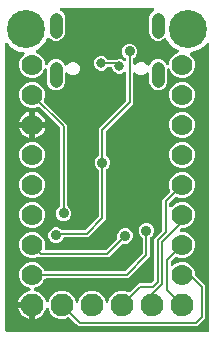
<source format=gbr>
G04 EAGLE Gerber RS-274X export*
G75*
%MOMM*%
%FSLAX34Y34*%
%LPD*%
%INBottom Copper*%
%IPPOS*%
%AMOC8*
5,1,8,0,0,1.08239X$1,22.5*%
G01*
%ADD10C,1.930400*%
%ADD11C,1.778000*%
%ADD12C,3.216000*%
%ADD13C,1.108000*%
%ADD14C,0.906400*%
%ADD15C,0.203200*%
%ADD16C,0.800100*%

G36*
X174108Y2556D02*
X174108Y2556D01*
X174227Y2563D01*
X174265Y2576D01*
X174306Y2581D01*
X174416Y2624D01*
X174529Y2661D01*
X174564Y2683D01*
X174601Y2698D01*
X174697Y2767D01*
X174798Y2831D01*
X174826Y2861D01*
X174859Y2884D01*
X174935Y2976D01*
X175016Y3063D01*
X175036Y3098D01*
X175061Y3129D01*
X175112Y3237D01*
X175170Y3341D01*
X175180Y3381D01*
X175197Y3417D01*
X175219Y3534D01*
X175249Y3649D01*
X175253Y3709D01*
X175257Y3729D01*
X175255Y3750D01*
X175259Y3810D01*
X175259Y245739D01*
X175246Y245844D01*
X175242Y245950D01*
X175226Y246001D01*
X175219Y246054D01*
X175180Y246153D01*
X175150Y246255D01*
X175122Y246300D01*
X175102Y246350D01*
X175040Y246436D01*
X174985Y246527D01*
X174947Y246564D01*
X174916Y246608D01*
X174834Y246675D01*
X174758Y246749D01*
X174712Y246776D01*
X174671Y246810D01*
X174575Y246856D01*
X174483Y246909D01*
X174431Y246923D01*
X174383Y246946D01*
X174279Y246966D01*
X174177Y246994D01*
X174123Y246996D01*
X174071Y247006D01*
X173965Y246999D01*
X173859Y247001D01*
X173806Y246989D01*
X173753Y246986D01*
X173652Y246953D01*
X173549Y246929D01*
X173502Y246904D01*
X173451Y246888D01*
X173361Y246831D01*
X173267Y246782D01*
X173200Y246729D01*
X173182Y246718D01*
X173171Y246706D01*
X173141Y246682D01*
X167546Y241645D01*
X159897Y239160D01*
X159807Y239117D01*
X159714Y239084D01*
X159664Y239050D01*
X159610Y239024D01*
X159533Y238961D01*
X159451Y238905D01*
X159411Y238860D01*
X159364Y238822D01*
X159306Y238741D01*
X159240Y238667D01*
X159213Y238613D01*
X159177Y238564D01*
X159141Y238472D01*
X159096Y238383D01*
X159083Y238325D01*
X159060Y238269D01*
X159048Y238170D01*
X159026Y238073D01*
X159028Y238013D01*
X159020Y237953D01*
X159033Y237855D01*
X159036Y237755D01*
X159052Y237697D01*
X159060Y237638D01*
X159096Y237545D01*
X159124Y237450D01*
X159155Y237398D01*
X159177Y237342D01*
X159235Y237261D01*
X159286Y237176D01*
X159352Y237101D01*
X159364Y237084D01*
X159373Y237077D01*
X159392Y237055D01*
X161660Y234787D01*
X163323Y230773D01*
X163323Y226427D01*
X161660Y222413D01*
X158587Y219340D01*
X154573Y217677D01*
X150227Y217677D01*
X146213Y219340D01*
X143140Y222413D01*
X142115Y224889D01*
X142080Y224949D01*
X142054Y225014D01*
X142002Y225087D01*
X141957Y225165D01*
X141909Y225215D01*
X141868Y225272D01*
X141798Y225329D01*
X141736Y225393D01*
X141676Y225430D01*
X141623Y225474D01*
X141541Y225513D01*
X141465Y225560D01*
X141398Y225580D01*
X141335Y225610D01*
X141247Y225627D01*
X141161Y225653D01*
X141091Y225657D01*
X141022Y225670D01*
X140933Y225664D01*
X140843Y225668D01*
X140775Y225654D01*
X140705Y225650D01*
X140620Y225622D01*
X140532Y225604D01*
X140469Y225573D01*
X140403Y225552D01*
X140327Y225504D01*
X140246Y225464D01*
X140193Y225419D01*
X140134Y225382D01*
X140072Y225316D01*
X140004Y225258D01*
X139964Y225201D01*
X139916Y225150D01*
X139873Y225071D01*
X139821Y224998D01*
X139796Y224933D01*
X139762Y224872D01*
X139740Y224785D01*
X139708Y224701D01*
X139700Y224631D01*
X139683Y224564D01*
X139673Y224403D01*
X139673Y213444D01*
X138520Y210660D01*
X136390Y208530D01*
X133606Y207377D01*
X130594Y207377D01*
X127810Y208530D01*
X125680Y210660D01*
X124527Y213444D01*
X124527Y220964D01*
X124510Y221102D01*
X124497Y221240D01*
X124490Y221259D01*
X124487Y221279D01*
X124436Y221408D01*
X124389Y221539D01*
X124378Y221556D01*
X124370Y221575D01*
X124289Y221687D01*
X124211Y221802D01*
X124195Y221816D01*
X124184Y221832D01*
X124076Y221921D01*
X123972Y222013D01*
X123954Y222022D01*
X123939Y222035D01*
X123813Y222094D01*
X123689Y222158D01*
X123669Y222162D01*
X123651Y222171D01*
X123514Y222197D01*
X123379Y222227D01*
X123358Y222227D01*
X123339Y222230D01*
X123200Y222222D01*
X123061Y222218D01*
X123041Y222212D01*
X123021Y222211D01*
X122889Y222168D01*
X122755Y222129D01*
X122738Y222119D01*
X122719Y222113D01*
X122601Y222038D01*
X122481Y221968D01*
X122460Y221949D01*
X122450Y221942D01*
X122436Y221927D01*
X122361Y221861D01*
X121080Y220581D01*
X118952Y219699D01*
X116648Y219699D01*
X114520Y220581D01*
X113165Y221935D01*
X113056Y222020D01*
X112949Y222109D01*
X112930Y222118D01*
X112914Y222130D01*
X112787Y222185D01*
X112661Y222245D01*
X112641Y222248D01*
X112622Y222256D01*
X112484Y222278D01*
X112348Y222304D01*
X112328Y222303D01*
X112308Y222306D01*
X112169Y222293D01*
X112031Y222285D01*
X112012Y222278D01*
X111992Y222277D01*
X111860Y222229D01*
X111729Y222187D01*
X111711Y222176D01*
X111692Y222169D01*
X111577Y222091D01*
X111460Y222016D01*
X111446Y222002D01*
X111429Y221990D01*
X111337Y221886D01*
X111242Y221785D01*
X111232Y221767D01*
X111219Y221752D01*
X111155Y221628D01*
X111088Y221506D01*
X111083Y221487D01*
X111074Y221469D01*
X111044Y221333D01*
X111009Y221198D01*
X111007Y221170D01*
X111004Y221158D01*
X111005Y221138D01*
X110999Y221038D01*
X110999Y195587D01*
X88393Y172982D01*
X88333Y172904D01*
X88265Y172831D01*
X88236Y172778D01*
X88198Y172731D01*
X88159Y172640D01*
X88111Y172553D01*
X88096Y172494D01*
X88072Y172439D01*
X88057Y172341D01*
X88032Y172245D01*
X88025Y172145D01*
X88022Y172125D01*
X88023Y172112D01*
X88022Y172084D01*
X88022Y152624D01*
X88025Y152594D01*
X88023Y152565D01*
X88045Y152437D01*
X88061Y152308D01*
X88072Y152281D01*
X88077Y152252D01*
X88131Y152133D01*
X88178Y152013D01*
X88196Y151989D01*
X88208Y151962D01*
X88289Y151860D01*
X88365Y151755D01*
X88388Y151736D01*
X88407Y151713D01*
X88510Y151635D01*
X88610Y151552D01*
X88637Y151540D01*
X88661Y151522D01*
X88674Y151515D01*
X90538Y149651D01*
X91538Y147239D01*
X91538Y144627D01*
X90538Y142214D01*
X88652Y140328D01*
X88642Y140321D01*
X88529Y140257D01*
X88508Y140237D01*
X88483Y140221D01*
X88394Y140126D01*
X88301Y140036D01*
X88285Y140011D01*
X88265Y139989D01*
X88202Y139876D01*
X88134Y139765D01*
X88126Y139737D01*
X88111Y139711D01*
X88079Y139585D01*
X88041Y139461D01*
X88039Y139431D01*
X88032Y139403D01*
X88022Y139242D01*
X88022Y97680D01*
X73018Y82676D01*
X52937Y82676D01*
X52908Y82673D01*
X52878Y82675D01*
X52750Y82653D01*
X52621Y82636D01*
X52594Y82626D01*
X52565Y82621D01*
X52446Y82567D01*
X52326Y82519D01*
X52302Y82502D01*
X52275Y82490D01*
X52173Y82409D01*
X52068Y82333D01*
X52050Y82310D01*
X52026Y82291D01*
X51948Y82188D01*
X51866Y82088D01*
X51853Y82061D01*
X51835Y82037D01*
X51764Y81893D01*
X51285Y80736D01*
X49439Y78890D01*
X47026Y77890D01*
X44414Y77890D01*
X42001Y78890D01*
X40155Y80736D01*
X39155Y83149D01*
X39155Y85761D01*
X40155Y88174D01*
X42001Y90020D01*
X44414Y91020D01*
X47026Y91020D01*
X49439Y90020D01*
X50313Y89145D01*
X50392Y89085D01*
X50464Y89017D01*
X50517Y88988D01*
X50565Y88951D01*
X50656Y88911D01*
X50742Y88863D01*
X50801Y88848D01*
X50857Y88824D01*
X50955Y88809D01*
X51050Y88784D01*
X51150Y88778D01*
X51171Y88774D01*
X51183Y88776D01*
X51211Y88774D01*
X69966Y88774D01*
X70065Y88786D01*
X70164Y88789D01*
X70222Y88806D01*
X70282Y88814D01*
X70374Y88850D01*
X70469Y88878D01*
X70521Y88908D01*
X70578Y88931D01*
X70658Y88989D01*
X70743Y89039D01*
X70818Y89105D01*
X70835Y89117D01*
X70843Y89127D01*
X70864Y89145D01*
X81552Y99834D01*
X81613Y99912D01*
X81681Y99984D01*
X81710Y100037D01*
X81747Y100085D01*
X81787Y100176D01*
X81834Y100263D01*
X81850Y100321D01*
X81874Y100377D01*
X81889Y100475D01*
X81914Y100571D01*
X81920Y100671D01*
X81924Y100691D01*
X81922Y100703D01*
X81924Y100731D01*
X81924Y139242D01*
X81920Y139271D01*
X81923Y139301D01*
X81901Y139429D01*
X81884Y139558D01*
X81873Y139585D01*
X81868Y139614D01*
X81815Y139733D01*
X81767Y139853D01*
X81750Y139877D01*
X81738Y139904D01*
X81657Y140005D01*
X81580Y140111D01*
X81558Y140130D01*
X81539Y140153D01*
X81436Y140230D01*
X81335Y140313D01*
X81309Y140326D01*
X81285Y140344D01*
X81271Y140351D01*
X79408Y142214D01*
X78408Y144627D01*
X78408Y147239D01*
X79408Y149651D01*
X81294Y151538D01*
X81304Y151544D01*
X81417Y151609D01*
X81438Y151629D01*
X81463Y151645D01*
X81552Y151740D01*
X81645Y151830D01*
X81661Y151855D01*
X81681Y151877D01*
X81744Y151990D01*
X81811Y152101D01*
X81820Y152129D01*
X81834Y152155D01*
X81867Y152281D01*
X81905Y152405D01*
X81907Y152434D01*
X81914Y152463D01*
X81924Y152624D01*
X81924Y175136D01*
X104530Y197741D01*
X104590Y197819D01*
X104658Y197891D01*
X104687Y197944D01*
X104724Y197992D01*
X104764Y198083D01*
X104812Y198170D01*
X104827Y198229D01*
X104851Y198284D01*
X104866Y198382D01*
X104891Y198478D01*
X104897Y198578D01*
X104901Y198598D01*
X104899Y198611D01*
X104901Y198639D01*
X104901Y221575D01*
X104884Y221712D01*
X104871Y221851D01*
X104864Y221870D01*
X104861Y221890D01*
X104810Y222020D01*
X104763Y222150D01*
X104752Y222167D01*
X104744Y222186D01*
X104663Y222298D01*
X104585Y222414D01*
X104569Y222427D01*
X104558Y222443D01*
X104451Y222532D01*
X104346Y222624D01*
X104328Y222633D01*
X104313Y222646D01*
X104187Y222705D01*
X104063Y222769D01*
X104043Y222773D01*
X104025Y222782D01*
X103889Y222808D01*
X103753Y222838D01*
X103732Y222838D01*
X103713Y222841D01*
X103574Y222833D01*
X103435Y222829D01*
X103415Y222823D01*
X103395Y222822D01*
X103263Y222779D01*
X103129Y222740D01*
X103112Y222730D01*
X103093Y222724D01*
X102975Y222649D01*
X102855Y222579D01*
X102834Y222560D01*
X102824Y222554D01*
X102810Y222539D01*
X102734Y222472D01*
X102478Y222215D01*
X100260Y221297D01*
X97860Y221297D01*
X95642Y222215D01*
X93945Y223912D01*
X93065Y226038D01*
X93050Y226063D01*
X93041Y226091D01*
X92972Y226201D01*
X92907Y226314D01*
X92887Y226335D01*
X92871Y226360D01*
X92776Y226449D01*
X92686Y226542D01*
X92661Y226558D01*
X92639Y226578D01*
X92526Y226641D01*
X92415Y226709D01*
X92387Y226717D01*
X92361Y226732D01*
X92235Y226764D01*
X92111Y226802D01*
X92082Y226804D01*
X92053Y226811D01*
X91892Y226821D01*
X89829Y226821D01*
X89731Y226809D01*
X89632Y226806D01*
X89574Y226789D01*
X89514Y226781D01*
X89422Y226745D01*
X89327Y226717D01*
X89274Y226687D01*
X89218Y226664D01*
X89138Y226606D01*
X89053Y226556D01*
X88977Y226490D01*
X88961Y226478D01*
X88953Y226468D01*
X88932Y226450D01*
X87238Y224755D01*
X85020Y223837D01*
X82620Y223837D01*
X80402Y224755D01*
X78705Y226452D01*
X77787Y228670D01*
X77787Y231070D01*
X78705Y233288D01*
X80402Y234985D01*
X82620Y235903D01*
X85020Y235903D01*
X87238Y234985D01*
X88932Y233290D01*
X89010Y233230D01*
X89082Y233162D01*
X89135Y233133D01*
X89183Y233096D01*
X89274Y233056D01*
X89361Y233008D01*
X89419Y232993D01*
X89475Y232969D01*
X89573Y232954D01*
X89669Y232929D01*
X89769Y232923D01*
X89789Y232919D01*
X89801Y232921D01*
X89829Y232919D01*
X96534Y232919D01*
X96544Y232920D01*
X96553Y232919D01*
X96702Y232940D01*
X96850Y232959D01*
X96859Y232962D01*
X96868Y232963D01*
X97020Y233015D01*
X97860Y233363D01*
X100260Y233363D01*
X102478Y232445D01*
X102734Y232188D01*
X102844Y232103D01*
X102951Y232014D01*
X102970Y232005D01*
X102986Y231993D01*
X103113Y231938D01*
X103239Y231878D01*
X103259Y231875D01*
X103278Y231866D01*
X103415Y231845D01*
X103552Y231819D01*
X103572Y231820D01*
X103592Y231817D01*
X103731Y231830D01*
X103869Y231838D01*
X103888Y231845D01*
X103908Y231846D01*
X104040Y231894D01*
X104171Y231936D01*
X104188Y231947D01*
X104208Y231954D01*
X104323Y232032D01*
X104440Y232106D01*
X104454Y232121D01*
X104471Y232133D01*
X104563Y232237D01*
X104658Y232338D01*
X104668Y232356D01*
X104681Y232371D01*
X104745Y232495D01*
X104812Y232617D01*
X104817Y232636D01*
X104826Y232654D01*
X104856Y232790D01*
X104891Y232925D01*
X104893Y232953D01*
X104896Y232965D01*
X104895Y232985D01*
X104901Y233085D01*
X104901Y233339D01*
X104898Y233369D01*
X104900Y233398D01*
X104878Y233526D01*
X104861Y233655D01*
X104851Y233682D01*
X104845Y233711D01*
X104792Y233830D01*
X104744Y233950D01*
X104727Y233974D01*
X104715Y234001D01*
X104634Y234103D01*
X104558Y234208D01*
X104535Y234227D01*
X104516Y234250D01*
X104413Y234328D01*
X104313Y234411D01*
X104286Y234423D01*
X104262Y234441D01*
X104248Y234448D01*
X102385Y236311D01*
X101385Y238724D01*
X101385Y241336D01*
X102385Y243749D01*
X104231Y245595D01*
X106644Y246595D01*
X109256Y246595D01*
X111669Y245595D01*
X113515Y243749D01*
X114515Y241336D01*
X114515Y238724D01*
X113515Y236311D01*
X111629Y234425D01*
X111619Y234419D01*
X111506Y234354D01*
X111485Y234334D01*
X111460Y234318D01*
X111371Y234223D01*
X111278Y234133D01*
X111262Y234108D01*
X111242Y234086D01*
X111179Y233973D01*
X111111Y233862D01*
X111103Y233834D01*
X111088Y233808D01*
X111056Y233682D01*
X111018Y233558D01*
X111016Y233529D01*
X111009Y233500D01*
X110999Y233339D01*
X110999Y229942D01*
X111016Y229804D01*
X111029Y229666D01*
X111036Y229647D01*
X111039Y229627D01*
X111090Y229497D01*
X111137Y229367D01*
X111148Y229350D01*
X111156Y229331D01*
X111237Y229219D01*
X111315Y229104D01*
X111331Y229090D01*
X111342Y229074D01*
X111450Y228985D01*
X111554Y228893D01*
X111572Y228884D01*
X111587Y228871D01*
X111713Y228812D01*
X111837Y228748D01*
X111857Y228744D01*
X111875Y228735D01*
X112012Y228709D01*
X112147Y228679D01*
X112168Y228679D01*
X112187Y228676D01*
X112326Y228684D01*
X112465Y228688D01*
X112485Y228694D01*
X112505Y228695D01*
X112637Y228738D01*
X112771Y228777D01*
X112788Y228787D01*
X112807Y228793D01*
X112925Y228868D01*
X113045Y228938D01*
X113066Y228957D01*
X113076Y228964D01*
X113090Y228979D01*
X113165Y229045D01*
X114520Y230399D01*
X116648Y231281D01*
X118952Y231281D01*
X121080Y230399D01*
X122716Y228763D01*
X122770Y228669D01*
X122835Y228546D01*
X122849Y228531D01*
X122859Y228513D01*
X122955Y228414D01*
X123049Y228311D01*
X123066Y228299D01*
X123080Y228285D01*
X123199Y228212D01*
X123315Y228136D01*
X123334Y228129D01*
X123351Y228119D01*
X123484Y228078D01*
X123615Y228033D01*
X123636Y228031D01*
X123655Y228025D01*
X123794Y228018D01*
X123932Y228007D01*
X123952Y228011D01*
X123973Y228010D01*
X124109Y228038D01*
X124246Y228062D01*
X124264Y228070D01*
X124284Y228074D01*
X124409Y228135D01*
X124536Y228192D01*
X124552Y228205D01*
X124570Y228214D01*
X124676Y228304D01*
X124784Y228391D01*
X124796Y228407D01*
X124812Y228420D01*
X124892Y228534D01*
X124975Y228645D01*
X124988Y228670D01*
X124995Y228680D01*
X125002Y228699D01*
X125046Y228790D01*
X125680Y230320D01*
X127810Y232450D01*
X130594Y233603D01*
X133606Y233603D01*
X136390Y232450D01*
X138520Y230320D01*
X139035Y229075D01*
X139070Y229014D01*
X139096Y228949D01*
X139148Y228877D01*
X139193Y228799D01*
X139241Y228749D01*
X139282Y228692D01*
X139352Y228635D01*
X139414Y228570D01*
X139474Y228534D01*
X139527Y228489D01*
X139609Y228451D01*
X139685Y228404D01*
X139752Y228383D01*
X139815Y228354D01*
X139903Y228337D01*
X139989Y228310D01*
X140059Y228307D01*
X140128Y228294D01*
X140217Y228300D01*
X140307Y228295D01*
X140375Y228309D01*
X140445Y228314D01*
X140530Y228341D01*
X140618Y228360D01*
X140681Y228390D01*
X140747Y228412D01*
X140823Y228460D01*
X140904Y228499D01*
X140957Y228545D01*
X141016Y228582D01*
X141078Y228647D01*
X141146Y228706D01*
X141186Y228763D01*
X141234Y228814D01*
X141277Y228892D01*
X141329Y228966D01*
X141354Y229031D01*
X141388Y229092D01*
X141410Y229179D01*
X141442Y229263D01*
X141450Y229333D01*
X141467Y229400D01*
X141477Y229561D01*
X141477Y230773D01*
X143140Y234787D01*
X146213Y237860D01*
X148864Y238958D01*
X148913Y238986D01*
X148966Y239005D01*
X149050Y239064D01*
X149140Y239115D01*
X149181Y239155D01*
X149227Y239187D01*
X149294Y239265D01*
X149368Y239337D01*
X149398Y239385D01*
X149435Y239427D01*
X149481Y239520D01*
X149535Y239608D01*
X149551Y239662D01*
X149576Y239712D01*
X149598Y239813D01*
X149628Y239912D01*
X149631Y239968D01*
X149643Y240023D01*
X149639Y240127D01*
X149643Y240229D01*
X149632Y240285D01*
X149630Y240341D01*
X149600Y240440D01*
X149579Y240541D01*
X149554Y240592D01*
X149538Y240646D01*
X149485Y240734D01*
X149439Y240827D01*
X149403Y240870D01*
X149374Y240918D01*
X149300Y240990D01*
X149233Y241069D01*
X149187Y241101D01*
X149147Y241141D01*
X149013Y241230D01*
X144009Y244119D01*
X139062Y250927D01*
X139021Y250971D01*
X138988Y251020D01*
X138913Y251086D01*
X138845Y251159D01*
X138794Y251191D01*
X138750Y251230D01*
X138661Y251276D01*
X138576Y251329D01*
X138519Y251348D01*
X138466Y251375D01*
X138369Y251397D01*
X138274Y251428D01*
X138214Y251431D01*
X138156Y251445D01*
X138056Y251441D01*
X137956Y251448D01*
X137898Y251437D01*
X137838Y251435D01*
X137742Y251407D01*
X137644Y251388D01*
X137590Y251363D01*
X137533Y251346D01*
X137446Y251296D01*
X137356Y251253D01*
X137310Y251215D01*
X137259Y251185D01*
X137138Y251078D01*
X136390Y250330D01*
X133606Y249177D01*
X130594Y249177D01*
X127810Y250330D01*
X125680Y252460D01*
X124527Y255244D01*
X124527Y269336D01*
X125680Y272120D01*
X127810Y274250D01*
X128215Y274417D01*
X128276Y274452D01*
X128340Y274478D01*
X128413Y274530D01*
X128491Y274575D01*
X128541Y274623D01*
X128598Y274664D01*
X128655Y274734D01*
X128720Y274796D01*
X128756Y274856D01*
X128801Y274909D01*
X128839Y274991D01*
X128886Y275067D01*
X128906Y275134D01*
X128936Y275197D01*
X128953Y275285D01*
X128979Y275371D01*
X128983Y275441D01*
X128996Y275510D01*
X128990Y275599D01*
X128995Y275689D01*
X128980Y275757D01*
X128976Y275827D01*
X128948Y275912D01*
X128930Y276000D01*
X128900Y276063D01*
X128878Y276129D01*
X128830Y276205D01*
X128791Y276286D01*
X128745Y276339D01*
X128708Y276398D01*
X128642Y276460D01*
X128584Y276528D01*
X128527Y276568D01*
X128476Y276616D01*
X128398Y276659D01*
X128324Y276711D01*
X128259Y276736D01*
X128198Y276770D01*
X128111Y276792D01*
X128027Y276824D01*
X127957Y276832D01*
X127890Y276849D01*
X127729Y276859D01*
X50071Y276859D01*
X50002Y276851D01*
X49932Y276852D01*
X49844Y276831D01*
X49755Y276819D01*
X49690Y276794D01*
X49622Y276777D01*
X49543Y276735D01*
X49460Y276702D01*
X49403Y276661D01*
X49341Y276629D01*
X49275Y276568D01*
X49202Y276516D01*
X49158Y276462D01*
X49106Y276415D01*
X49057Y276340D01*
X48999Y276271D01*
X48970Y276207D01*
X48931Y276149D01*
X48902Y276064D01*
X48864Y275983D01*
X48851Y275914D01*
X48828Y275848D01*
X48821Y275759D01*
X48804Y275671D01*
X48808Y275601D01*
X48803Y275531D01*
X48818Y275443D01*
X48824Y275353D01*
X48845Y275287D01*
X48857Y275218D01*
X48894Y275136D01*
X48922Y275051D01*
X48959Y274992D01*
X48988Y274928D01*
X49044Y274858D01*
X49092Y274782D01*
X49143Y274734D01*
X49186Y274680D01*
X49258Y274626D01*
X49324Y274564D01*
X49385Y274530D01*
X49441Y274488D01*
X49585Y274417D01*
X49990Y274250D01*
X52120Y272120D01*
X53273Y269336D01*
X53273Y255244D01*
X52120Y252460D01*
X49990Y250330D01*
X47206Y249177D01*
X44194Y249177D01*
X41410Y250330D01*
X40343Y251398D01*
X40317Y251418D01*
X40295Y251443D01*
X40192Y251515D01*
X40092Y251593D01*
X40061Y251606D01*
X40034Y251625D01*
X39916Y251669D01*
X39800Y251719D01*
X39767Y251724D01*
X39736Y251736D01*
X39611Y251749D01*
X39486Y251769D01*
X39453Y251766D01*
X39420Y251769D01*
X39295Y251751D01*
X39169Y251739D01*
X39138Y251728D01*
X39105Y251723D01*
X38989Y251674D01*
X38870Y251631D01*
X38842Y251613D01*
X38812Y251600D01*
X38711Y251524D01*
X38607Y251453D01*
X38585Y251428D01*
X38558Y251408D01*
X38480Y251309D01*
X38396Y251214D01*
X38381Y251185D01*
X38361Y251159D01*
X38286Y251016D01*
X36607Y247246D01*
X30386Y241645D01*
X29210Y241263D01*
X29184Y241250D01*
X29154Y241243D01*
X29040Y241183D01*
X28923Y241127D01*
X28900Y241108D01*
X28873Y241094D01*
X28778Y241007D01*
X28678Y240925D01*
X28660Y240901D01*
X28638Y240881D01*
X28567Y240772D01*
X28491Y240668D01*
X28480Y240640D01*
X28463Y240615D01*
X28421Y240493D01*
X28373Y240372D01*
X28370Y240342D01*
X28360Y240314D01*
X28350Y240185D01*
X28333Y240056D01*
X28337Y240027D01*
X28335Y239997D01*
X28357Y239869D01*
X28373Y239741D01*
X28384Y239713D01*
X28389Y239684D01*
X28442Y239566D01*
X28490Y239445D01*
X28508Y239421D01*
X28520Y239394D01*
X28600Y239293D01*
X28677Y239188D01*
X28700Y239169D01*
X28718Y239145D01*
X28822Y239067D01*
X28922Y238985D01*
X28949Y238972D01*
X28972Y238954D01*
X29117Y238883D01*
X31587Y237860D01*
X34660Y234787D01*
X36323Y230773D01*
X36323Y229561D01*
X36331Y229491D01*
X36330Y229422D01*
X36351Y229334D01*
X36363Y229245D01*
X36388Y229180D01*
X36405Y229112D01*
X36447Y229033D01*
X36480Y228949D01*
X36521Y228893D01*
X36553Y228831D01*
X36614Y228765D01*
X36666Y228692D01*
X36720Y228648D01*
X36767Y228596D01*
X36842Y228547D01*
X36911Y228489D01*
X36975Y228460D01*
X37033Y228421D01*
X37118Y228392D01*
X37199Y228354D01*
X37268Y228341D01*
X37334Y228318D01*
X37423Y228311D01*
X37511Y228294D01*
X37581Y228298D01*
X37651Y228293D01*
X37739Y228308D01*
X37829Y228314D01*
X37895Y228335D01*
X37964Y228347D01*
X38046Y228384D01*
X38131Y228412D01*
X38190Y228449D01*
X38254Y228478D01*
X38324Y228534D01*
X38400Y228582D01*
X38448Y228633D01*
X38502Y228676D01*
X38557Y228748D01*
X38618Y228814D01*
X38652Y228875D01*
X38694Y228930D01*
X38765Y229075D01*
X39280Y230320D01*
X41410Y232450D01*
X44194Y233603D01*
X47206Y233603D01*
X49990Y232450D01*
X52120Y230320D01*
X52754Y228790D01*
X52822Y228669D01*
X52888Y228546D01*
X52901Y228531D01*
X52911Y228513D01*
X53008Y228414D01*
X53101Y228311D01*
X53118Y228299D01*
X53132Y228285D01*
X53251Y228212D01*
X53367Y228136D01*
X53386Y228129D01*
X53404Y228119D01*
X53536Y228078D01*
X53668Y228033D01*
X53688Y228031D01*
X53707Y228025D01*
X53846Y228018D01*
X53985Y228007D01*
X54005Y228011D01*
X54025Y228010D01*
X54162Y228038D01*
X54298Y228062D01*
X54317Y228070D01*
X54337Y228074D01*
X54462Y228135D01*
X54588Y228192D01*
X54604Y228205D01*
X54622Y228214D01*
X54728Y228304D01*
X54837Y228391D01*
X54849Y228407D01*
X54864Y228420D01*
X54945Y228534D01*
X55028Y228645D01*
X55040Y228670D01*
X55047Y228680D01*
X55055Y228700D01*
X55088Y228767D01*
X56720Y230399D01*
X58848Y231281D01*
X61152Y231281D01*
X63280Y230399D01*
X64909Y228770D01*
X65791Y226642D01*
X65791Y224338D01*
X64909Y222210D01*
X63280Y220581D01*
X61152Y219699D01*
X58848Y219699D01*
X56720Y220581D01*
X55439Y221861D01*
X55330Y221946D01*
X55223Y222035D01*
X55204Y222044D01*
X55188Y222056D01*
X55061Y222111D01*
X54935Y222171D01*
X54915Y222174D01*
X54896Y222182D01*
X54758Y222204D01*
X54622Y222230D01*
X54602Y222229D01*
X54582Y222232D01*
X54443Y222219D01*
X54305Y222211D01*
X54286Y222204D01*
X54266Y222203D01*
X54134Y222155D01*
X54003Y222113D01*
X53985Y222102D01*
X53966Y222095D01*
X53851Y222017D01*
X53734Y221942D01*
X53720Y221928D01*
X53703Y221916D01*
X53611Y221812D01*
X53516Y221711D01*
X53506Y221693D01*
X53493Y221678D01*
X53429Y221554D01*
X53362Y221432D01*
X53357Y221413D01*
X53348Y221395D01*
X53318Y221259D01*
X53283Y221124D01*
X53281Y221096D01*
X53278Y221084D01*
X53279Y221064D01*
X53273Y220964D01*
X53273Y213444D01*
X52120Y210660D01*
X49990Y208530D01*
X47206Y207377D01*
X44194Y207377D01*
X41410Y208530D01*
X39280Y210660D01*
X38127Y213444D01*
X38127Y224403D01*
X38119Y224472D01*
X38120Y224542D01*
X38099Y224629D01*
X38087Y224718D01*
X38062Y224783D01*
X38045Y224851D01*
X38003Y224931D01*
X37970Y225014D01*
X37929Y225071D01*
X37897Y225132D01*
X37836Y225199D01*
X37784Y225272D01*
X37730Y225316D01*
X37683Y225368D01*
X37608Y225417D01*
X37539Y225474D01*
X37475Y225504D01*
X37417Y225542D01*
X37332Y225572D01*
X37251Y225610D01*
X37182Y225623D01*
X37116Y225646D01*
X37027Y225653D01*
X36939Y225670D01*
X36869Y225665D01*
X36799Y225671D01*
X36711Y225655D01*
X36621Y225650D01*
X36555Y225628D01*
X36486Y225616D01*
X36404Y225580D01*
X36319Y225552D01*
X36260Y225515D01*
X36196Y225486D01*
X36126Y225430D01*
X36050Y225382D01*
X36002Y225331D01*
X35948Y225287D01*
X35893Y225215D01*
X35832Y225150D01*
X35798Y225089D01*
X35756Y225033D01*
X35685Y224889D01*
X34660Y222413D01*
X31587Y219340D01*
X27573Y217677D01*
X23227Y217677D01*
X19213Y219340D01*
X16140Y222413D01*
X14477Y226427D01*
X14477Y230773D01*
X16140Y234787D01*
X18721Y237368D01*
X18765Y237425D01*
X18818Y237476D01*
X18863Y237551D01*
X18916Y237619D01*
X18945Y237686D01*
X18982Y237748D01*
X19008Y237831D01*
X19042Y237911D01*
X19053Y237983D01*
X19075Y238053D01*
X19078Y238139D01*
X19092Y238225D01*
X19085Y238298D01*
X19088Y238371D01*
X19070Y238455D01*
X19062Y238542D01*
X19037Y238610D01*
X19022Y238682D01*
X18984Y238759D01*
X18954Y238841D01*
X18913Y238901D01*
X18881Y238967D01*
X18825Y239032D01*
X18776Y239104D01*
X18721Y239152D01*
X18674Y239208D01*
X18603Y239257D01*
X18537Y239315D01*
X18472Y239348D01*
X18413Y239389D01*
X18331Y239420D01*
X18254Y239459D01*
X18183Y239475D01*
X18115Y239501D01*
X17956Y239528D01*
X14099Y239933D01*
X6849Y244119D01*
X4837Y246888D01*
X4782Y246946D01*
X4736Y247011D01*
X4674Y247062D01*
X4619Y247120D01*
X4552Y247163D01*
X4491Y247213D01*
X4418Y247247D01*
X4351Y247290D01*
X4275Y247315D01*
X4203Y247349D01*
X4124Y247364D01*
X4048Y247389D01*
X3969Y247394D01*
X3890Y247409D01*
X3811Y247404D01*
X3731Y247409D01*
X3653Y247394D01*
X3573Y247389D01*
X3497Y247364D01*
X3418Y247349D01*
X3346Y247315D01*
X3271Y247291D01*
X3203Y247248D01*
X3131Y247214D01*
X3069Y247163D01*
X3002Y247121D01*
X2947Y247062D01*
X2885Y247012D01*
X2839Y246947D01*
X2784Y246889D01*
X2745Y246819D01*
X2698Y246754D01*
X2669Y246680D01*
X2630Y246611D01*
X2610Y246533D01*
X2581Y246459D01*
X2571Y246380D01*
X2551Y246303D01*
X2541Y246145D01*
X2541Y246143D01*
X2541Y246142D01*
X2541Y3810D01*
X2556Y3692D01*
X2563Y3573D01*
X2576Y3535D01*
X2581Y3494D01*
X2624Y3384D01*
X2661Y3271D01*
X2683Y3236D01*
X2698Y3199D01*
X2767Y3103D01*
X2831Y3002D01*
X2861Y2974D01*
X2884Y2941D01*
X2976Y2865D01*
X3063Y2784D01*
X3098Y2764D01*
X3129Y2739D01*
X3237Y2688D01*
X3341Y2630D01*
X3381Y2620D01*
X3417Y2603D01*
X3534Y2581D01*
X3649Y2551D01*
X3709Y2547D01*
X3729Y2543D01*
X3750Y2545D01*
X3810Y2541D01*
X173990Y2541D01*
X174108Y2556D01*
G37*
%LPC*%
G36*
X64777Y7111D02*
X64777Y7111D01*
X62620Y9269D01*
X57294Y14594D01*
X57271Y14613D01*
X57252Y14635D01*
X57146Y14710D01*
X57043Y14789D01*
X57016Y14801D01*
X56992Y14818D01*
X56870Y14864D01*
X56751Y14916D01*
X56722Y14920D01*
X56694Y14931D01*
X56565Y14945D01*
X56437Y14966D01*
X56407Y14963D01*
X56378Y14966D01*
X56250Y14948D01*
X56120Y14936D01*
X56092Y14926D01*
X56063Y14922D01*
X55911Y14870D01*
X53124Y13715D01*
X48476Y13715D01*
X44181Y15494D01*
X40894Y18781D01*
X39507Y22130D01*
X39492Y22156D01*
X39483Y22184D01*
X39414Y22294D01*
X39350Y22406D01*
X39329Y22428D01*
X39313Y22453D01*
X39219Y22541D01*
X39128Y22635D01*
X39103Y22650D01*
X39081Y22671D01*
X38968Y22733D01*
X38857Y22801D01*
X38829Y22810D01*
X38802Y22824D01*
X38677Y22856D01*
X38553Y22894D01*
X38523Y22896D01*
X38494Y22903D01*
X38365Y22903D01*
X38236Y22910D01*
X38206Y22904D01*
X38176Y22904D01*
X38051Y22871D01*
X37924Y22845D01*
X37897Y22832D01*
X37868Y22825D01*
X37755Y22763D01*
X37638Y22706D01*
X37616Y22686D01*
X37589Y22672D01*
X37495Y22583D01*
X37396Y22499D01*
X37379Y22475D01*
X37357Y22454D01*
X37288Y22345D01*
X37213Y22239D01*
X37203Y22211D01*
X37187Y22186D01*
X37127Y22036D01*
X36699Y20720D01*
X35828Y19010D01*
X34700Y17457D01*
X33343Y16100D01*
X31790Y14972D01*
X30080Y14101D01*
X28255Y13507D01*
X27899Y13451D01*
X27899Y24170D01*
X27884Y24288D01*
X27877Y24407D01*
X27864Y24445D01*
X27859Y24485D01*
X27816Y24596D01*
X27779Y24709D01*
X27757Y24743D01*
X27742Y24781D01*
X27673Y24877D01*
X27609Y24978D01*
X27579Y25006D01*
X27556Y25038D01*
X27464Y25114D01*
X27377Y25196D01*
X27342Y25215D01*
X27311Y25241D01*
X27203Y25292D01*
X27099Y25349D01*
X27059Y25359D01*
X27023Y25377D01*
X26906Y25399D01*
X26791Y25429D01*
X26731Y25433D01*
X26711Y25436D01*
X26690Y25435D01*
X26630Y25439D01*
X25439Y25439D01*
X25439Y26630D01*
X25424Y26748D01*
X25417Y26867D01*
X25404Y26905D01*
X25399Y26946D01*
X25355Y27056D01*
X25319Y27169D01*
X25297Y27204D01*
X25282Y27241D01*
X25212Y27337D01*
X25149Y27438D01*
X25119Y27466D01*
X25095Y27499D01*
X25004Y27575D01*
X24917Y27656D01*
X24882Y27676D01*
X24850Y27701D01*
X24743Y27752D01*
X24638Y27810D01*
X24599Y27820D01*
X24563Y27837D01*
X24446Y27859D01*
X24330Y27889D01*
X24270Y27893D01*
X24250Y27897D01*
X24230Y27895D01*
X24170Y27899D01*
X13451Y27899D01*
X13507Y28255D01*
X14101Y30080D01*
X14972Y31790D01*
X16100Y33343D01*
X17457Y34700D01*
X19010Y35828D01*
X20720Y36699D01*
X22545Y37293D01*
X23108Y37382D01*
X23232Y37418D01*
X23357Y37448D01*
X23384Y37462D01*
X23413Y37470D01*
X23524Y37536D01*
X23638Y37597D01*
X23661Y37617D01*
X23687Y37632D01*
X23778Y37724D01*
X23874Y37810D01*
X23890Y37836D01*
X23912Y37857D01*
X23977Y37968D01*
X24049Y38076D01*
X24058Y38105D01*
X24074Y38131D01*
X24110Y38254D01*
X24152Y38377D01*
X24154Y38407D01*
X24163Y38436D01*
X24167Y38565D01*
X24177Y38694D01*
X24172Y38724D01*
X24173Y38754D01*
X24145Y38880D01*
X24123Y39007D01*
X24110Y39035D01*
X24104Y39064D01*
X24045Y39179D01*
X23992Y39297D01*
X23973Y39321D01*
X23960Y39348D01*
X23874Y39445D01*
X23793Y39546D01*
X23769Y39564D01*
X23749Y39587D01*
X23643Y39659D01*
X23539Y39737D01*
X23500Y39756D01*
X23487Y39766D01*
X23466Y39773D01*
X23395Y39808D01*
X19213Y41540D01*
X16140Y44613D01*
X14477Y48627D01*
X14477Y52973D01*
X16140Y56987D01*
X19213Y60060D01*
X23227Y61723D01*
X27573Y61723D01*
X31587Y60060D01*
X34660Y56987D01*
X35635Y54632D01*
X35650Y54607D01*
X35659Y54579D01*
X35728Y54469D01*
X35793Y54356D01*
X35813Y54335D01*
X35829Y54310D01*
X35924Y54221D01*
X36014Y54128D01*
X36039Y54112D01*
X36061Y54092D01*
X36175Y54029D01*
X36285Y53961D01*
X36313Y53953D01*
X36339Y53938D01*
X36465Y53906D01*
X36589Y53868D01*
X36619Y53866D01*
X36647Y53859D01*
X36808Y53849D01*
X103621Y53849D01*
X103720Y53861D01*
X103819Y53864D01*
X103877Y53881D01*
X103937Y53889D01*
X104029Y53925D01*
X104124Y53953D01*
X104176Y53983D01*
X104233Y54006D01*
X104313Y54064D01*
X104398Y54114D01*
X104473Y54180D01*
X104490Y54192D01*
X104498Y54202D01*
X104519Y54220D01*
X118667Y68368D01*
X118727Y68446D01*
X118795Y68518D01*
X118824Y68571D01*
X118861Y68619D01*
X118901Y68710D01*
X118949Y68797D01*
X118964Y68856D01*
X118988Y68911D01*
X119003Y69009D01*
X119028Y69105D01*
X119034Y69205D01*
X119038Y69225D01*
X119036Y69238D01*
X119038Y69266D01*
X119038Y81574D01*
X119035Y81604D01*
X119037Y81633D01*
X119015Y81761D01*
X118998Y81890D01*
X118988Y81917D01*
X118982Y81946D01*
X118929Y82065D01*
X118881Y82185D01*
X118864Y82209D01*
X118852Y82236D01*
X118771Y82338D01*
X118695Y82443D01*
X118672Y82462D01*
X118653Y82485D01*
X118550Y82563D01*
X118450Y82646D01*
X118423Y82658D01*
X118399Y82676D01*
X118385Y82683D01*
X116522Y84546D01*
X115522Y86959D01*
X115522Y89571D01*
X116522Y91984D01*
X118368Y93830D01*
X120781Y94830D01*
X123393Y94830D01*
X125806Y93830D01*
X127652Y91984D01*
X128652Y89571D01*
X128652Y86959D01*
X127652Y84546D01*
X125766Y82660D01*
X125756Y82654D01*
X125643Y82589D01*
X125622Y82569D01*
X125597Y82553D01*
X125508Y82458D01*
X125415Y82368D01*
X125399Y82343D01*
X125379Y82321D01*
X125316Y82208D01*
X125248Y82097D01*
X125240Y82069D01*
X125225Y82043D01*
X125193Y81917D01*
X125155Y81793D01*
X125153Y81764D01*
X125146Y81735D01*
X125136Y81574D01*
X125136Y66214D01*
X106673Y47751D01*
X36808Y47751D01*
X36779Y47748D01*
X36749Y47750D01*
X36621Y47728D01*
X36492Y47711D01*
X36465Y47701D01*
X36436Y47696D01*
X36317Y47642D01*
X36197Y47594D01*
X36173Y47577D01*
X36146Y47565D01*
X36044Y47484D01*
X35939Y47408D01*
X35921Y47385D01*
X35897Y47366D01*
X35819Y47263D01*
X35737Y47163D01*
X35724Y47136D01*
X35706Y47112D01*
X35635Y46968D01*
X34660Y44613D01*
X31587Y41540D01*
X27405Y39808D01*
X27293Y39744D01*
X27178Y39685D01*
X27155Y39665D01*
X27129Y39650D01*
X27036Y39560D01*
X26939Y39475D01*
X26922Y39450D01*
X26900Y39429D01*
X26833Y39319D01*
X26760Y39212D01*
X26750Y39184D01*
X26734Y39158D01*
X26696Y39034D01*
X26652Y38913D01*
X26650Y38883D01*
X26641Y38854D01*
X26634Y38725D01*
X26622Y38596D01*
X26627Y38566D01*
X26625Y38536D01*
X26652Y38410D01*
X26672Y38282D01*
X26684Y38254D01*
X26690Y38225D01*
X26747Y38109D01*
X26798Y37990D01*
X26816Y37966D01*
X26829Y37939D01*
X26914Y37841D01*
X26992Y37739D01*
X27016Y37720D01*
X27036Y37697D01*
X27142Y37623D01*
X27244Y37544D01*
X27271Y37532D01*
X27296Y37514D01*
X27417Y37468D01*
X27535Y37417D01*
X27577Y37407D01*
X27593Y37401D01*
X27615Y37399D01*
X27692Y37382D01*
X28255Y37293D01*
X30080Y36699D01*
X31790Y35828D01*
X33343Y34700D01*
X34700Y33343D01*
X35828Y31790D01*
X36699Y30080D01*
X37127Y28764D01*
X37140Y28737D01*
X37147Y28708D01*
X37170Y28664D01*
X37173Y28656D01*
X37183Y28640D01*
X37208Y28593D01*
X37263Y28476D01*
X37282Y28453D01*
X37296Y28426D01*
X37383Y28331D01*
X37465Y28231D01*
X37490Y28213D01*
X37510Y28191D01*
X37618Y28120D01*
X37723Y28044D01*
X37750Y28033D01*
X37775Y28016D01*
X37898Y27974D01*
X38018Y27927D01*
X38048Y27923D01*
X38076Y27913D01*
X38205Y27903D01*
X38334Y27887D01*
X38363Y27890D01*
X38393Y27888D01*
X38521Y27910D01*
X38649Y27926D01*
X38677Y27937D01*
X38706Y27942D01*
X38824Y27995D01*
X38945Y28043D01*
X38969Y28061D01*
X38996Y28073D01*
X39097Y28154D01*
X39203Y28230D01*
X39222Y28253D01*
X39245Y28271D01*
X39323Y28375D01*
X39405Y28475D01*
X39418Y28502D01*
X39436Y28526D01*
X39507Y28670D01*
X40894Y32019D01*
X44181Y35306D01*
X48476Y37085D01*
X53124Y37085D01*
X57419Y35306D01*
X60706Y32019D01*
X62327Y28104D01*
X62396Y27984D01*
X62461Y27861D01*
X62475Y27846D01*
X62485Y27828D01*
X62582Y27728D01*
X62675Y27625D01*
X62692Y27614D01*
X62706Y27600D01*
X62824Y27527D01*
X62941Y27450D01*
X62960Y27444D01*
X62977Y27433D01*
X63110Y27392D01*
X63242Y27347D01*
X63262Y27346D01*
X63281Y27340D01*
X63420Y27333D01*
X63559Y27322D01*
X63579Y27325D01*
X63599Y27325D01*
X63735Y27353D01*
X63872Y27376D01*
X63890Y27385D01*
X63910Y27389D01*
X64036Y27450D01*
X64162Y27507D01*
X64178Y27520D01*
X64196Y27529D01*
X64302Y27619D01*
X64410Y27706D01*
X64423Y27722D01*
X64438Y27735D01*
X64518Y27849D01*
X64602Y27960D01*
X64614Y27985D01*
X64621Y27995D01*
X64628Y28014D01*
X64673Y28104D01*
X66294Y32019D01*
X69581Y35306D01*
X73876Y37085D01*
X78524Y37085D01*
X82819Y35306D01*
X86106Y32019D01*
X87727Y28104D01*
X87796Y27984D01*
X87861Y27861D01*
X87875Y27846D01*
X87885Y27828D01*
X87982Y27728D01*
X88075Y27625D01*
X88092Y27614D01*
X88106Y27600D01*
X88224Y27527D01*
X88341Y27450D01*
X88360Y27444D01*
X88377Y27433D01*
X88510Y27392D01*
X88642Y27347D01*
X88662Y27346D01*
X88681Y27340D01*
X88820Y27333D01*
X88959Y27322D01*
X88979Y27325D01*
X88999Y27325D01*
X89135Y27353D01*
X89272Y27376D01*
X89290Y27385D01*
X89310Y27389D01*
X89436Y27450D01*
X89562Y27507D01*
X89578Y27520D01*
X89596Y27529D01*
X89702Y27619D01*
X89810Y27706D01*
X89823Y27722D01*
X89838Y27735D01*
X89918Y27849D01*
X90002Y27960D01*
X90014Y27985D01*
X90021Y27995D01*
X90028Y28014D01*
X90073Y28104D01*
X91694Y32019D01*
X94981Y35306D01*
X99276Y37085D01*
X103924Y37085D01*
X106711Y35930D01*
X106739Y35923D01*
X106766Y35909D01*
X106892Y35881D01*
X107018Y35847D01*
X107047Y35846D01*
X107076Y35840D01*
X107206Y35844D01*
X107336Y35841D01*
X107364Y35848D01*
X107394Y35849D01*
X107518Y35885D01*
X107645Y35916D01*
X107671Y35929D01*
X107699Y35938D01*
X107811Y36003D01*
X107926Y36064D01*
X107948Y36084D01*
X107973Y36099D01*
X108094Y36206D01*
X113420Y41531D01*
X115577Y43689D01*
X125814Y43689D01*
X125912Y43701D01*
X126011Y43704D01*
X126069Y43721D01*
X126130Y43729D01*
X126222Y43765D01*
X126317Y43793D01*
X126369Y43823D01*
X126425Y43846D01*
X126505Y43904D01*
X126591Y43954D01*
X126666Y44020D01*
X126683Y44032D01*
X126690Y44042D01*
X126712Y44060D01*
X128152Y45500D01*
X128212Y45579D01*
X128280Y45651D01*
X128309Y45704D01*
X128346Y45752D01*
X128386Y45843D01*
X128434Y45929D01*
X128449Y45988D01*
X128473Y46044D01*
X128488Y46142D01*
X128513Y46237D01*
X128519Y46337D01*
X128523Y46358D01*
X128521Y46370D01*
X128523Y46398D01*
X128523Y81432D01*
X135010Y87918D01*
X135070Y87997D01*
X135138Y88069D01*
X135167Y88122D01*
X135204Y88170D01*
X135244Y88261D01*
X135292Y88347D01*
X135307Y88406D01*
X135331Y88462D01*
X135346Y88560D01*
X135371Y88655D01*
X135377Y88755D01*
X135381Y88776D01*
X135379Y88788D01*
X135381Y88816D01*
X135381Y114293D01*
X137539Y116450D01*
X142178Y121089D01*
X142196Y121113D01*
X142218Y121132D01*
X142293Y121238D01*
X142373Y121340D01*
X142384Y121368D01*
X142401Y121392D01*
X142447Y121513D01*
X142499Y121632D01*
X142504Y121661D01*
X142514Y121689D01*
X142528Y121818D01*
X142549Y121946D01*
X142546Y121976D01*
X142549Y122005D01*
X142531Y122134D01*
X142519Y122263D01*
X142509Y122291D01*
X142505Y122320D01*
X142453Y122472D01*
X141477Y124827D01*
X141477Y129173D01*
X143140Y133187D01*
X146213Y136260D01*
X150227Y137923D01*
X154573Y137923D01*
X158587Y136260D01*
X161660Y133187D01*
X163323Y129173D01*
X163323Y124827D01*
X161660Y120813D01*
X158587Y117740D01*
X154573Y116077D01*
X150227Y116077D01*
X147872Y117053D01*
X147844Y117061D01*
X147818Y117074D01*
X147691Y117102D01*
X147566Y117137D01*
X147536Y117137D01*
X147507Y117144D01*
X147378Y117140D01*
X147248Y117142D01*
X147219Y117135D01*
X147189Y117134D01*
X147065Y117098D01*
X146938Y117068D01*
X146912Y117054D01*
X146884Y117046D01*
X146772Y116980D01*
X146657Y116919D01*
X146635Y116899D01*
X146610Y116884D01*
X146489Y116778D01*
X141850Y112139D01*
X141790Y112061D01*
X141722Y111989D01*
X141693Y111936D01*
X141656Y111888D01*
X141616Y111797D01*
X141568Y111710D01*
X141553Y111651D01*
X141529Y111596D01*
X141514Y111498D01*
X141489Y111402D01*
X141483Y111302D01*
X141479Y111282D01*
X141481Y111269D01*
X141479Y111241D01*
X141479Y109190D01*
X141496Y109053D01*
X141509Y108914D01*
X141516Y108895D01*
X141519Y108874D01*
X141570Y108746D01*
X141617Y108614D01*
X141628Y108598D01*
X141636Y108579D01*
X141717Y108466D01*
X141795Y108351D01*
X141811Y108338D01*
X141822Y108321D01*
X141930Y108233D01*
X142034Y108141D01*
X142052Y108132D01*
X142067Y108119D01*
X142193Y108059D01*
X142317Y107996D01*
X142337Y107992D01*
X142355Y107983D01*
X142491Y107957D01*
X142627Y107927D01*
X142648Y107927D01*
X142667Y107923D01*
X142806Y107932D01*
X142945Y107936D01*
X142965Y107942D01*
X142985Y107943D01*
X143117Y107986D01*
X143251Y108025D01*
X143268Y108035D01*
X143287Y108041D01*
X143405Y108116D01*
X143525Y108186D01*
X143546Y108205D01*
X143556Y108211D01*
X143570Y108226D01*
X143645Y108293D01*
X146213Y110860D01*
X150227Y112523D01*
X154573Y112523D01*
X158587Y110860D01*
X161660Y107787D01*
X163323Y103773D01*
X163323Y99427D01*
X161660Y95413D01*
X158587Y92340D01*
X154573Y90677D01*
X152665Y90677D01*
X152566Y90665D01*
X152467Y90662D01*
X152409Y90645D01*
X152349Y90637D01*
X152257Y90601D01*
X152162Y90573D01*
X152110Y90543D01*
X152053Y90520D01*
X151973Y90462D01*
X151888Y90412D01*
X151812Y90346D01*
X151796Y90334D01*
X151788Y90324D01*
X151767Y90306D01*
X150751Y89289D01*
X150666Y89180D01*
X150577Y89073D01*
X150569Y89054D01*
X150556Y89038D01*
X150501Y88910D01*
X150442Y88785D01*
X150438Y88765D01*
X150430Y88746D01*
X150408Y88608D01*
X150382Y88472D01*
X150383Y88452D01*
X150380Y88432D01*
X150393Y88293D01*
X150402Y88155D01*
X150408Y88136D01*
X150410Y88116D01*
X150457Y87984D01*
X150500Y87853D01*
X150510Y87835D01*
X150517Y87816D01*
X150595Y87701D01*
X150670Y87584D01*
X150685Y87570D01*
X150696Y87553D01*
X150800Y87461D01*
X150901Y87366D01*
X150919Y87356D01*
X150934Y87343D01*
X151058Y87279D01*
X151180Y87212D01*
X151199Y87207D01*
X151218Y87198D01*
X151353Y87168D01*
X151488Y87133D01*
X151516Y87131D01*
X151528Y87128D01*
X151548Y87129D01*
X151649Y87123D01*
X154573Y87123D01*
X158587Y85460D01*
X161660Y82387D01*
X163323Y78373D01*
X163323Y74027D01*
X161660Y70013D01*
X158587Y66940D01*
X154573Y65277D01*
X150227Y65277D01*
X147872Y66253D01*
X147844Y66261D01*
X147818Y66274D01*
X147691Y66302D01*
X147566Y66337D01*
X147536Y66337D01*
X147507Y66344D01*
X147378Y66340D01*
X147248Y66342D01*
X147219Y66335D01*
X147189Y66334D01*
X147065Y66298D01*
X146938Y66268D01*
X146912Y66254D01*
X146884Y66246D01*
X146772Y66180D01*
X146657Y66119D01*
X146635Y66099D01*
X146610Y66084D01*
X146489Y65978D01*
X143120Y62609D01*
X143060Y62531D01*
X142992Y62459D01*
X142963Y62406D01*
X142926Y62358D01*
X142886Y62267D01*
X142838Y62180D01*
X142823Y62121D01*
X142799Y62066D01*
X142784Y61968D01*
X142759Y61872D01*
X142753Y61772D01*
X142749Y61752D01*
X142751Y61739D01*
X142749Y61711D01*
X142749Y59660D01*
X142766Y59522D01*
X142779Y59384D01*
X142786Y59365D01*
X142789Y59344D01*
X142840Y59215D01*
X142887Y59084D01*
X142898Y59068D01*
X142906Y59049D01*
X142987Y58937D01*
X143065Y58821D01*
X143081Y58808D01*
X143092Y58791D01*
X143200Y58703D01*
X143304Y58611D01*
X143322Y58602D01*
X143337Y58589D01*
X143463Y58529D01*
X143587Y58466D01*
X143607Y58462D01*
X143625Y58453D01*
X143762Y58427D01*
X143897Y58397D01*
X143918Y58397D01*
X143937Y58393D01*
X144076Y58402D01*
X144215Y58406D01*
X144235Y58412D01*
X144255Y58413D01*
X144387Y58456D01*
X144521Y58495D01*
X144538Y58505D01*
X144557Y58511D01*
X144675Y58586D01*
X144795Y58656D01*
X144816Y58675D01*
X144826Y58681D01*
X144840Y58696D01*
X144915Y58763D01*
X146213Y60060D01*
X150227Y61723D01*
X154573Y61723D01*
X158587Y60060D01*
X161660Y56987D01*
X163323Y52973D01*
X163323Y51065D01*
X163335Y50966D01*
X163338Y50867D01*
X163355Y50809D01*
X163363Y50749D01*
X163399Y50657D01*
X163427Y50562D01*
X163457Y50510D01*
X163480Y50453D01*
X163538Y50373D01*
X163588Y50288D01*
X163654Y50213D01*
X163666Y50196D01*
X163676Y50188D01*
X163694Y50167D01*
X171959Y41903D01*
X171959Y13977D01*
X165093Y7111D01*
X64777Y7111D01*
G37*
%LPD*%
%LPC*%
G36*
X50764Y96305D02*
X50764Y96305D01*
X48351Y97305D01*
X46505Y99151D01*
X45505Y101564D01*
X45505Y104176D01*
X46505Y106589D01*
X48391Y108475D01*
X48401Y108481D01*
X48514Y108546D01*
X48535Y108566D01*
X48560Y108582D01*
X48649Y108677D01*
X48742Y108767D01*
X48758Y108792D01*
X48778Y108814D01*
X48841Y108927D01*
X48909Y109038D01*
X48917Y109066D01*
X48932Y109092D01*
X48964Y109218D01*
X49002Y109342D01*
X49004Y109371D01*
X49011Y109400D01*
X49021Y109561D01*
X49021Y174741D01*
X49009Y174840D01*
X49006Y174939D01*
X48989Y174997D01*
X48981Y175057D01*
X48945Y175149D01*
X48917Y175244D01*
X48887Y175296D01*
X48864Y175353D01*
X48806Y175433D01*
X48756Y175518D01*
X48690Y175593D01*
X48678Y175610D01*
X48668Y175618D01*
X48650Y175639D01*
X31311Y192978D01*
X31287Y192996D01*
X31268Y193018D01*
X31162Y193093D01*
X31060Y193173D01*
X31032Y193184D01*
X31008Y193201D01*
X30887Y193247D01*
X30768Y193299D01*
X30739Y193304D01*
X30711Y193314D01*
X30582Y193328D01*
X30454Y193349D01*
X30424Y193346D01*
X30395Y193349D01*
X30266Y193331D01*
X30137Y193319D01*
X30109Y193309D01*
X30080Y193305D01*
X29928Y193253D01*
X27573Y192277D01*
X23227Y192277D01*
X19213Y193940D01*
X16140Y197013D01*
X14477Y201027D01*
X14477Y205373D01*
X16140Y209387D01*
X19213Y212460D01*
X23227Y214123D01*
X27573Y214123D01*
X31587Y212460D01*
X34660Y209387D01*
X36323Y205373D01*
X36323Y201027D01*
X35347Y198672D01*
X35339Y198644D01*
X35326Y198618D01*
X35298Y198491D01*
X35263Y198366D01*
X35263Y198336D01*
X35256Y198307D01*
X35260Y198178D01*
X35258Y198048D01*
X35265Y198019D01*
X35266Y197989D01*
X35302Y197865D01*
X35332Y197738D01*
X35346Y197712D01*
X35354Y197684D01*
X35420Y197572D01*
X35481Y197457D01*
X35501Y197435D01*
X35516Y197410D01*
X35622Y197289D01*
X55119Y177793D01*
X55119Y109561D01*
X55122Y109531D01*
X55120Y109502D01*
X55142Y109374D01*
X55159Y109245D01*
X55169Y109218D01*
X55175Y109189D01*
X55228Y109070D01*
X55276Y108950D01*
X55293Y108926D01*
X55305Y108899D01*
X55386Y108797D01*
X55462Y108692D01*
X55485Y108673D01*
X55504Y108650D01*
X55607Y108572D01*
X55707Y108489D01*
X55734Y108477D01*
X55758Y108459D01*
X55772Y108452D01*
X57635Y106589D01*
X58635Y104176D01*
X58635Y101564D01*
X57635Y99151D01*
X55789Y97305D01*
X53376Y96305D01*
X50764Y96305D01*
G37*
%LPD*%
%LPC*%
G36*
X23227Y65277D02*
X23227Y65277D01*
X19213Y66940D01*
X16140Y70013D01*
X14477Y74027D01*
X14477Y78373D01*
X16140Y82387D01*
X19213Y85460D01*
X23227Y87123D01*
X27573Y87123D01*
X31587Y85460D01*
X34660Y82387D01*
X36323Y78373D01*
X36323Y74027D01*
X36056Y73384D01*
X36043Y73336D01*
X36022Y73291D01*
X36001Y73183D01*
X35972Y73077D01*
X35971Y73027D01*
X35962Y72978D01*
X35969Y72869D01*
X35967Y72759D01*
X35979Y72711D01*
X35982Y72661D01*
X36016Y72557D01*
X36041Y72450D01*
X36065Y72406D01*
X36080Y72359D01*
X36139Y72266D01*
X36190Y72169D01*
X36223Y72132D01*
X36250Y72090D01*
X36330Y72015D01*
X36404Y71933D01*
X36445Y71906D01*
X36482Y71872D01*
X36578Y71819D01*
X36670Y71759D01*
X36717Y71742D01*
X36760Y71718D01*
X36866Y71691D01*
X36970Y71655D01*
X37020Y71651D01*
X37068Y71639D01*
X37229Y71629D01*
X87111Y71629D01*
X87210Y71641D01*
X87309Y71644D01*
X87367Y71661D01*
X87427Y71669D01*
X87519Y71705D01*
X87614Y71733D01*
X87666Y71763D01*
X87723Y71786D01*
X87803Y71844D01*
X87888Y71894D01*
X87963Y71960D01*
X87980Y71972D01*
X87988Y71982D01*
X88009Y72000D01*
X97253Y81245D01*
X97271Y81268D01*
X97294Y81287D01*
X97368Y81393D01*
X97448Y81496D01*
X97460Y81523D01*
X97477Y81547D01*
X97523Y81668D01*
X97574Y81788D01*
X97579Y81817D01*
X97589Y81845D01*
X97604Y81973D01*
X97624Y82102D01*
X97621Y82131D01*
X97625Y82161D01*
X97607Y82289D01*
X97594Y82418D01*
X97584Y82446D01*
X97580Y82476D01*
X97575Y82490D01*
X97575Y85126D01*
X98575Y87539D01*
X100421Y89385D01*
X102834Y90385D01*
X105446Y90385D01*
X107859Y89385D01*
X109705Y87539D01*
X110705Y85126D01*
X110705Y82514D01*
X109705Y80101D01*
X107859Y78255D01*
X105446Y77255D01*
X102778Y77255D01*
X102767Y77258D01*
X102641Y77292D01*
X102612Y77293D01*
X102583Y77299D01*
X102453Y77295D01*
X102323Y77297D01*
X102295Y77290D01*
X102265Y77289D01*
X102140Y77253D01*
X102014Y77223D01*
X101988Y77209D01*
X101959Y77201D01*
X101848Y77135D01*
X101733Y77074D01*
X101711Y77054D01*
X101685Y77039D01*
X101565Y76933D01*
X92320Y67689D01*
X90163Y65531D01*
X31757Y65531D01*
X31311Y65978D01*
X31288Y65996D01*
X31268Y66018D01*
X31162Y66093D01*
X31060Y66173D01*
X31032Y66184D01*
X31008Y66201D01*
X30887Y66247D01*
X30768Y66299D01*
X30739Y66304D01*
X30711Y66314D01*
X30582Y66328D01*
X30454Y66349D01*
X30424Y66346D01*
X30395Y66349D01*
X30266Y66331D01*
X30137Y66319D01*
X30109Y66309D01*
X30080Y66305D01*
X29928Y66253D01*
X27573Y65277D01*
X23227Y65277D01*
G37*
%LPD*%
%LPC*%
G36*
X150227Y192277D02*
X150227Y192277D01*
X146213Y193940D01*
X143140Y197013D01*
X141477Y201027D01*
X141477Y205373D01*
X143140Y209387D01*
X146213Y212460D01*
X150227Y214123D01*
X154573Y214123D01*
X158587Y212460D01*
X161660Y209387D01*
X163323Y205373D01*
X163323Y201027D01*
X161660Y197013D01*
X158587Y193940D01*
X154573Y192277D01*
X150227Y192277D01*
G37*
%LPD*%
%LPC*%
G36*
X150227Y166877D02*
X150227Y166877D01*
X146213Y168540D01*
X143140Y171613D01*
X141477Y175627D01*
X141477Y179973D01*
X143140Y183987D01*
X146213Y187060D01*
X150227Y188723D01*
X154573Y188723D01*
X158587Y187060D01*
X161660Y183987D01*
X163323Y179973D01*
X163323Y175627D01*
X161660Y171613D01*
X158587Y168540D01*
X154573Y166877D01*
X150227Y166877D01*
G37*
%LPD*%
%LPC*%
G36*
X150227Y141477D02*
X150227Y141477D01*
X146213Y143140D01*
X143140Y146213D01*
X141477Y150227D01*
X141477Y154573D01*
X143140Y158587D01*
X146213Y161660D01*
X150227Y163323D01*
X154573Y163323D01*
X158587Y161660D01*
X161660Y158587D01*
X163323Y154573D01*
X163323Y150227D01*
X161660Y146213D01*
X158587Y143140D01*
X154573Y141477D01*
X150227Y141477D01*
G37*
%LPD*%
%LPC*%
G36*
X23227Y141477D02*
X23227Y141477D01*
X19213Y143140D01*
X16140Y146213D01*
X14477Y150227D01*
X14477Y154573D01*
X16140Y158587D01*
X19213Y161660D01*
X23227Y163323D01*
X27573Y163323D01*
X31587Y161660D01*
X34660Y158587D01*
X36323Y154573D01*
X36323Y150227D01*
X34660Y146213D01*
X31587Y143140D01*
X27573Y141477D01*
X23227Y141477D01*
G37*
%LPD*%
%LPC*%
G36*
X23227Y116077D02*
X23227Y116077D01*
X19213Y117740D01*
X16140Y120813D01*
X14477Y124827D01*
X14477Y129173D01*
X16140Y133187D01*
X19213Y136260D01*
X23227Y137923D01*
X27573Y137923D01*
X31587Y136260D01*
X34660Y133187D01*
X36323Y129173D01*
X36323Y124827D01*
X34660Y120813D01*
X31587Y117740D01*
X27573Y116077D01*
X23227Y116077D01*
G37*
%LPD*%
%LPC*%
G36*
X23227Y90677D02*
X23227Y90677D01*
X19213Y92340D01*
X16140Y95413D01*
X14477Y99427D01*
X14477Y103773D01*
X16140Y107787D01*
X19213Y110860D01*
X23227Y112523D01*
X27573Y112523D01*
X31587Y110860D01*
X34660Y107787D01*
X36323Y103773D01*
X36323Y99427D01*
X34660Y95413D01*
X31587Y92340D01*
X27573Y90677D01*
X23227Y90677D01*
G37*
%LPD*%
%LPC*%
G36*
X22545Y13507D02*
X22545Y13507D01*
X20720Y14101D01*
X19010Y14972D01*
X17457Y16100D01*
X16100Y17457D01*
X14972Y19010D01*
X14101Y20720D01*
X13507Y22545D01*
X13451Y22901D01*
X22901Y22901D01*
X22901Y13451D01*
X22545Y13507D01*
G37*
%LPD*%
%LPC*%
G36*
X27899Y180299D02*
X27899Y180299D01*
X27899Y188977D01*
X28077Y188949D01*
X29788Y188393D01*
X31391Y187577D01*
X32847Y186519D01*
X34119Y185247D01*
X35177Y183791D01*
X35993Y182188D01*
X36549Y180477D01*
X36577Y180299D01*
X27899Y180299D01*
G37*
%LPD*%
%LPC*%
G36*
X14223Y180299D02*
X14223Y180299D01*
X14251Y180477D01*
X14807Y182188D01*
X15623Y183791D01*
X16681Y185247D01*
X17953Y186519D01*
X19409Y187577D01*
X21012Y188393D01*
X22723Y188949D01*
X22901Y188977D01*
X22901Y180299D01*
X14223Y180299D01*
G37*
%LPD*%
%LPC*%
G36*
X27899Y175301D02*
X27899Y175301D01*
X36577Y175301D01*
X36549Y175123D01*
X35993Y173412D01*
X35177Y171809D01*
X34119Y170353D01*
X32847Y169081D01*
X31391Y168023D01*
X29788Y167207D01*
X28077Y166651D01*
X27899Y166623D01*
X27899Y175301D01*
G37*
%LPD*%
%LPC*%
G36*
X22723Y166651D02*
X22723Y166651D01*
X21012Y167207D01*
X19409Y168023D01*
X17953Y169081D01*
X16681Y170353D01*
X15623Y171809D01*
X14807Y173412D01*
X14251Y175123D01*
X14223Y175301D01*
X22901Y175301D01*
X22901Y166623D01*
X22723Y166651D01*
G37*
%LPD*%
D10*
X25400Y25400D03*
X50800Y25400D03*
X76200Y25400D03*
X101600Y25400D03*
X127000Y25400D03*
X152400Y25400D03*
D11*
X25400Y228600D03*
X25400Y203200D03*
X25400Y177800D03*
X25400Y152400D03*
X25400Y127000D03*
X25400Y101600D03*
X25400Y76200D03*
X25400Y50800D03*
X152400Y50800D03*
X152400Y76200D03*
X152400Y101600D03*
X152400Y127000D03*
X152400Y152400D03*
X152400Y177800D03*
X152400Y203200D03*
X152400Y228600D03*
D12*
X157480Y259080D03*
X20320Y259080D03*
D13*
X132100Y256750D02*
X132100Y267830D01*
X45700Y267830D02*
X45700Y256750D01*
X45700Y226030D02*
X45700Y214950D01*
X132100Y214950D02*
X132100Y226030D01*
D14*
X106680Y123190D03*
X106045Y162560D03*
X84973Y145933D03*
D15*
X84973Y173873D01*
X107950Y196850D01*
D14*
X107950Y240030D03*
D15*
X107950Y196850D01*
D14*
X45720Y84455D03*
D15*
X71755Y85725D02*
X84973Y98943D01*
X71755Y85725D02*
X46990Y85725D01*
X45720Y84455D01*
X84973Y98943D02*
X84973Y145933D01*
D14*
X52070Y102870D03*
D15*
X52070Y176530D01*
X25400Y203200D01*
X127000Y34290D02*
X127000Y25400D01*
X127000Y34290D02*
X135636Y42926D01*
X152400Y95250D02*
X152400Y101600D01*
X135636Y78486D02*
X135636Y42926D01*
X135636Y78486D02*
X152400Y95250D01*
X116840Y40640D02*
X101600Y25400D01*
X116840Y40640D02*
X127603Y40640D01*
X131572Y44609D02*
X131572Y80169D01*
X138430Y87027D01*
X138430Y113030D02*
X152400Y127000D01*
X131572Y44609D02*
X127603Y40640D01*
X138430Y87027D02*
X138430Y113030D01*
X50800Y25400D02*
X66040Y10160D01*
X168910Y15240D02*
X168910Y40640D01*
X158750Y50800D01*
X152400Y50800D01*
X163830Y10160D02*
X66040Y10160D01*
X163830Y10160D02*
X168910Y15240D01*
X152400Y25400D02*
X139700Y38100D01*
X139700Y63500D02*
X152400Y76200D01*
X139700Y63500D02*
X139700Y38100D01*
D14*
X122087Y88265D03*
D15*
X122087Y67477D01*
X105410Y50800D02*
X25400Y50800D01*
X105410Y50800D02*
X122087Y67477D01*
D14*
X104140Y83820D03*
D15*
X88900Y68580D01*
X33020Y68580D01*
X25400Y76200D01*
D16*
X99060Y227330D03*
D15*
X96520Y229870D01*
X83820Y229870D01*
D16*
X83820Y229870D03*
M02*

</source>
